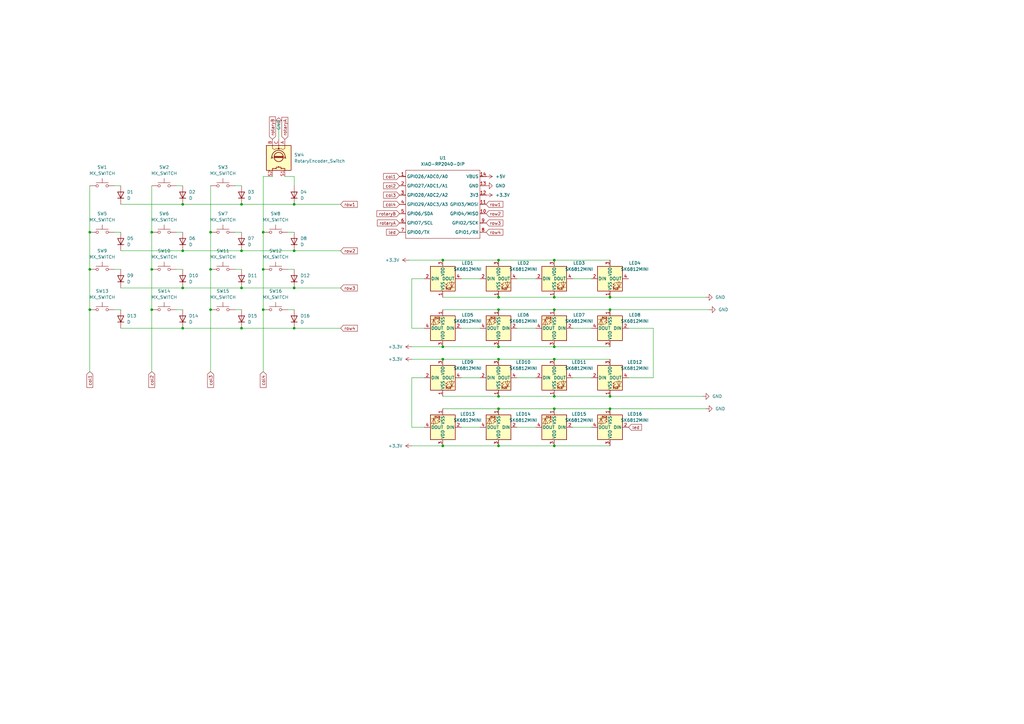
<source format=kicad_sch>
(kicad_sch (version 20250114) (generator "eeschema") (generator_version "9.0")
  (paper "A3")
  (lib_symbols
    (symbol "Device:D" (pin_numbers (hide yes)) (pin_names (offset 1.016) (hide yes))
      (property "Reference" "D" (at 0 2.54 0))
      (property "Value" "D" (at 0 -2.54 0))
      (symbol "D_0_1"
        (polyline (pts (xy -1.27 1.27) (xy -1.27 -1.27)) (stroke (width 0.254)))
        (polyline (pts (xy 1.27 1.27) (xy 1.27 -1.27) (xy -1.27 0) (xy 1.27 1.27)) (stroke (width 0.254)))
        (polyline (pts (xy 1.27 0) (xy -1.27 0)))
      )
      (symbol "D_1_1"
        (pin passive line (at -3.81 0 0) (length 2.54) (name "K") (number "1"))
        (pin passive line (at 3.81 0 180) (length 2.54) (name "A") (number "2"))
      )
    )
    (symbol "Device:RotaryEncoder_Switch" (pin_names (offset 0.254) (hide yes))
      (property "Reference" "SW" (at 0 6.604 0))
      (property "Value" "RotaryEncoder_Switch" (at 0 -6.604 0))
      (symbol "RotaryEncoder_Switch_0_1"
        (rectangle (start -5.08 5.08) (end 5.08 -5.08) (stroke (width 0.254)) (fill (type background)))
        (polyline (pts (xy -5.08 2.54) (xy -3.81 2.54) (xy -3.81 2.032)))
        (polyline (pts (xy -5.08 0) (xy -3.81 0) (xy -3.81 -1.016) (xy -3.302 -2.032)))
        (polyline (pts (xy -5.08 -2.54) (xy -3.81 -2.54) (xy -3.81 -2.032)))
        (polyline (pts (xy -4.318 0) (xy -3.81 0) (xy -3.81 1.016) (xy -3.302 2.032)))
        (circle (center -3.81 0) (radius 0.254) (fill (type outline)))
        (polyline (pts (xy -0.635 -1.778) (xy -0.635 1.778)) (stroke (width 0.254)))
        (circle (center -0.381 0) (radius 1.905) (stroke (width 0.254)))
        (polyline (pts (xy -0.381 -1.778) (xy -0.381 1.778)) (stroke (width 0.254)))
        (arc (start -0.381 -2.794) (mid -3.0988 -0.0635) (end -0.381 2.667) (stroke (width 0.254)))
        (polyline (pts (xy -0.127 1.778) (xy -0.127 -1.778)) (stroke (width 0.254)))
        (polyline (pts (xy 0.254 2.921) (xy -0.508 2.667) (xy 0.127 2.286)) (stroke (width 0.254)))
        (polyline (pts (xy 0.254 -3.048) (xy -0.508 -2.794) (xy 0.127 -2.413)) (stroke (width 0.254)))
        (polyline (pts (xy 3.81 1.016) (xy 3.81 -1.016)) (stroke (width 0.254)))
        (polyline (pts (xy 3.81 0) (xy 3.429 0)) (stroke (width 0.254)))
        (circle (center 4.318 1.016) (radius 0.127) (stroke (width 0.254)))
        (circle (center 4.318 -1.016) (radius 0.127) (stroke (width 0.254)))
        (polyline (pts (xy 5.08 2.54) (xy 4.318 2.54) (xy 4.318 1.016)) (stroke (width 0.254)))
        (polyline (pts (xy 5.08 -2.54) (xy 4.318 -2.54) (xy 4.318 -1.016)) (stroke (width 0.254)))
      )
      (symbol "RotaryEncoder_Switch_1_1"
        (pin passive line (at -7.62 2.54 0) (length 2.54) (name "A") (number "A"))
        (pin passive line (at -7.62 0 0) (length 2.54) (name "C") (number "C"))
        (pin passive line (at -7.62 -2.54 0) (length 2.54) (name "B") (number "B"))
        (pin passive line (at 7.62 2.54 180) (length 2.54) (name "S1") (number "S1"))
        (pin passive line (at 7.62 -2.54 180) (length 2.54) (name "S2") (number "S2"))
      )
    )
    (symbol "LED:SK6812" (pin_names (offset 0.254))
      (property "Reference" "D" (at 5.08 5.715 0))
      (property "Value" "SK6812" (at 1.27 -5.715 0))
      (symbol "SK6812_0_0"
        (text "RGB" (at 2.286 -4.191 0) (effects (font (size 0.762 0.762))))
      )
      (symbol "SK6812_0_1"
        (polyline (pts (xy 1.27 -2.54) (xy 1.778 -2.54)))
        (polyline (pts (xy 1.27 -3.556) (xy 1.778 -3.556)))
        (polyline (pts (xy 2.286 -1.524) (xy 1.27 -2.54) (xy 1.27 -2.032)))
        (polyline (pts (xy 2.286 -2.54) (xy 1.27 -3.556) (xy 1.27 -3.048)))
        (polyline (pts (xy 3.683 -1.016) (xy 3.683 -3.556) (xy 3.683 -4.064)))
        (polyline (pts (xy 4.699 -1.524) (xy 2.667 -1.524) (xy 3.683 -3.556) (xy 4.699 -1.524)))
        (polyline (pts (xy 4.699 -3.556) (xy 2.667 -3.556)))
        (rectangle (start 5.08 5.08) (end -5.08 -5.08) (stroke (width 0.254)) (fill (type background)))
      )
      (symbol "SK6812_1_1"
        (pin input line (at -7.62 0 0) (length 2.54) (name "DIN") (number "2"))
        (pin power_in line (at 0 7.62 270) (length 2.54) (name "VDD") (number "3"))
        (pin power_in line (at 0 -7.62 90) (length 2.54) (name "VSS") (number "1"))
        (pin output line (at 7.62 0 180) (length 2.54) (name "DOUT") (number "4"))
      )
    )
    (symbol "OPL:XIAO-RP2040-DIP"
      (property "Reference" "U" (at 0 0 0))
      (property "Value" "XIAO-RP2040-DIP" (at 5.334 -1.778 0))
      (symbol "XIAO-RP2040-DIP_1_0"
        (polyline (pts (xy -1.27 -2.54) (xy 29.21 -2.54)) (stroke (width 0.1524)))
        (polyline (pts (xy -1.27 -5.08) (xy -2.54 -5.08)) (stroke (width 0.1524)))
        (polyline (pts (xy -1.27 -5.08) (xy -1.27 -2.54)) (stroke (width 0.1524)))
        (polyline (pts (xy -1.27 -8.89) (xy -2.54 -8.89)) (stroke (width 0.1524)))
        (polyline (pts (xy -1.27 -8.89) (xy -1.27 -5.08)) (stroke (width 0.1524)))
        (polyline (pts (xy -1.27 -12.7) (xy -2.54 -12.7)) (stroke (width 0.1524)))
        (polyline (pts (xy -1.27 -12.7) (xy -1.27 -8.89)) (stroke (width 0.1524)))
        (polyline (pts (xy -1.27 -16.51) (xy -2.54 -16.51)) (stroke (width 0.1524)))
        (polyline (pts (xy -1.27 -16.51) (xy -1.27 -12.7)) (stroke (width 0.1524)))
        (polyline (pts (xy -1.27 -20.32) (xy -2.54 -20.32)) (stroke (width 0.1524)))
        (polyline (pts (xy -1.27 -24.13) (xy -2.54 -24.13)) (stroke (width 0.1524)))
        (polyline (pts (xy -1.27 -27.94) (xy -2.54 -27.94)) (stroke (width 0.1524)))
        (polyline (pts (xy -1.27 -30.48) (xy -1.27 -16.51)) (stroke (width 0.1524)))
        (polyline (pts (xy 29.21 -2.54) (xy 29.21 -5.08)) (stroke (width 0.1524)))
        (polyline (pts (xy 29.21 -5.08) (xy 29.21 -8.89)) (stroke (width 0.1524)))
        (polyline (pts (xy 29.21 -8.89) (xy 29.21 -12.7)) (stroke (width 0.1524)))
        (polyline (pts (xy 29.21 -12.7) (xy 29.21 -30.48)) (stroke (width 0.1524)))
        (polyline (pts (xy 29.21 -30.48) (xy -1.27 -30.48)) (stroke (width 0.1524)))
        (polyline (pts (xy 30.48 -5.08) (xy 29.21 -5.08)) (stroke (width 0.1524)))
        (polyline (pts (xy 30.48 -8.89) (xy 29.21 -8.89)) (stroke (width 0.1524)))
        (polyline (pts (xy 30.48 -12.7) (xy 29.21 -12.7)) (stroke (width 0.1524)))
        (polyline (pts (xy 30.48 -16.51) (xy 29.21 -16.51)) (stroke (width 0.1524)))
        (polyline (pts (xy 30.48 -20.32) (xy 29.21 -20.32)) (stroke (width 0.1524)))
        (polyline (pts (xy 30.48 -24.13) (xy 29.21 -24.13)) (stroke (width 0.1524)))
        (polyline (pts (xy 30.48 -27.94) (xy 29.21 -27.94)) (stroke (width 0.1524)))
        (pin passive line (at -3.81 -5.08 0) (length 2.54) (name "GPIO26/ADC0/A0") (number "1"))
        (pin passive line (at -3.81 -8.89 0) (length 2.54) (name "GPIO27/ADC1/A1") (number "2"))
        (pin passive line (at -3.81 -12.7 0) (length 2.54) (name "GPIO28/ADC2/A2") (number "3"))
        (pin passive line (at -3.81 -16.51 0) (length 2.54) (name "GPIO29/ADC3/A3") (number "4"))
        (pin passive line (at -3.81 -20.32 0) (length 2.54) (name "GPIO6/SDA") (number "5"))
        (pin passive line (at -3.81 -24.13 0) (length 2.54) (name "GPIO7/SCL") (number "6"))
        (pin passive line (at -3.81 -27.94 0) (length 2.54) (name "GPIO0/TX") (number "7"))
        (pin passive line (at 31.75 -5.08 180) (length 2.54) (name "VBUS") (number "14"))
        (pin passive line (at 31.75 -8.89 180) (length 2.54) (name "GND") (number "13"))
        (pin passive line (at 31.75 -12.7 180) (length 2.54) (name "3V3") (number "12"))
        (pin passive line (at 31.75 -16.51 180) (length 2.54) (name "GPIO3/MOSI") (number "11"))
        (pin passive line (at 31.75 -20.32 180) (length 2.54) (name "GPIO4/MISO") (number "10"))
        (pin passive line (at 31.75 -24.13 180) (length 2.54) (name "GPIO2/SCK") (number "9"))
        (pin passive line (at 31.75 -27.94 180) (length 2.54) (name "GPIO1/RX") (number "8"))
      )
    )
    (symbol "Switch:SW_Push" (pin_numbers (hide yes)) (pin_names (offset 1.016) (hide yes))
      (property "Reference" "SW" (at 1.27 2.54 0))
      (property "Value" "SW_Push" (at 0 -1.524 0))
      (symbol "SW_Push_0_1"
        (circle (center -2.032 0) (radius 0.508))
        (polyline (pts (xy 0 1.27) (xy 0 3.048)))
        (circle (center 2.032 0) (radius 0.508))
        (polyline (pts (xy 2.54 1.27) (xy -2.54 1.27)))
        (pin passive line (at -5.08 0 0) (length 2.54) (name "1") (number "1"))
        (pin passive line (at 5.08 0 180) (length 2.54) (name "2") (number "2"))
      )
    )
    (symbol "power:+3.3V" (power) (pin_numbers (hide yes)) (pin_names (offset 0) (hide yes))
      (property "Value" "+3.3V" (at 0 3.556 0))
      (symbol "+3.3V_0_1"
        (polyline (pts (xy -0.762 1.27) (xy 0 2.54)))
        (polyline (pts (xy 0 2.54) (xy 0.762 1.27)))
        (polyline (pts (xy 0 0) (xy 0 2.54)))
      )
      (symbol "+3.3V_1_1"
        (pin power_in line (at 0 0 90) (length 0) (name "~") (number "1"))
      )
    )
    (symbol "power:+5V" (power) (pin_numbers (hide yes)) (pin_names (offset 0) (hide yes))
      (property "Value" "+5V" (at 0 3.556 0))
      (symbol "+5V_0_1"
        (polyline (pts (xy -0.762 1.27) (xy 0 2.54)))
        (polyline (pts (xy 0 2.54) (xy 0.762 1.27)))
        (polyline (pts (xy 0 0) (xy 0 2.54)))
      )
      (symbol "+5V_1_1"
        (pin power_in line (at 0 0 90) (length 0) (name "~") (number "1"))
      )
    )
    (symbol "power:GND" (power) (pin_numbers (hide yes)) (pin_names (offset 0) (hide yes))
      (property "Value" "GND" (at 0 -3.81 0))
      (symbol "GND_0_1"
        (polyline (pts (xy 0 0) (xy 0 -1.27) (xy 1.27 -1.27) (xy 0 -2.54) (xy -1.27 -1.27) (xy 0 -1.27)))
      )
      (symbol "GND_1_1"
        (pin power_in line (at 0 0 270) (length 0) (name "~") (number "1"))
      )
    )
  )
  (junction (at 62.23 110.49))
  (junction (at 227.33 127))
  (junction (at 36.83 110.49))
  (junction (at 74.93 102.87))
  (junction (at 227.33 162.56))
  (junction (at 204.47 182.88))
  (junction (at 227.33 142.24))
  (junction (at 99.06 118.11))
  (junction (at 227.33 167.64))
  (junction (at 181.61 147.32))
  (junction (at 120.65 134.62))
  (junction (at 204.47 127))
  (junction (at 107.95 95.25))
  (junction (at 204.47 142.24))
  (junction (at 250.19 162.56))
  (junction (at 107.95 127))
  (junction (at 204.47 167.64))
  (junction (at 74.93 83.82))
  (junction (at 227.33 121.92))
  (junction (at 86.36 110.49))
  (junction (at 227.33 182.88))
  (junction (at 227.33 106.68))
  (junction (at 227.33 147.32))
  (junction (at 250.19 167.64))
  (junction (at 120.65 83.82))
  (junction (at 120.65 102.87))
  (junction (at 99.06 83.82))
  (junction (at 120.65 118.11))
  (junction (at 74.93 134.62))
  (junction (at 99.06 134.62))
  (junction (at 181.61 106.68))
  (junction (at 250.19 127))
  (junction (at 36.83 127))
  (junction (at 204.47 147.32))
  (junction (at 99.06 102.87))
  (junction (at 62.23 127))
  (junction (at 74.93 118.11))
  (junction (at 204.47 106.68))
  (junction (at 36.83 95.25))
  (junction (at 181.61 182.88))
  (junction (at 204.47 121.92))
  (junction (at 86.36 95.25))
  (junction (at 204.47 162.56))
  (junction (at 86.36 127))
  (junction (at 181.61 142.24))
  (junction (at 107.95 110.49))
  (junction (at 62.23 95.25))
  (junction (at 250.19 121.92))
  (wire (pts (xy 227.33 167.64) (xy 250.19 167.64)))
  (wire (pts (xy 168.91 134.62) (xy 173.99 134.62)))
  (wire (pts (xy 36.83 95.25) (xy 36.83 110.49)))
  (wire (pts (xy 234.95 134.62) (xy 242.57 134.62)))
  (wire (pts (xy 227.33 127) (xy 250.19 127)))
  (wire (pts (xy 212.09 134.62) (xy 219.71 134.62)))
  (wire (pts (xy 46.99 127) (xy 49.53 127)))
  (wire (pts (xy 204.47 162.56) (xy 227.33 162.56)))
  (wire (pts (xy 234.95 154.94) (xy 242.57 154.94)))
  (wire (pts (xy 212.09 114.3) (xy 219.71 114.3)))
  (wire (pts (xy 181.61 182.88) (xy 204.47 182.88)))
  (wire (pts (xy 96.52 127) (xy 99.06 127)))
  (wire (pts (xy 212.09 175.26) (xy 219.71 175.26)))
  (wire (pts (xy 114.3 57.15) (xy 114.3 50.8)))
  (wire (pts (xy 99.06 83.82) (xy 120.65 83.82)))
  (wire (pts (xy 120.65 83.82) (xy 139.7 83.82)))
  (wire (pts (xy 204.47 106.68) (xy 227.33 106.68)))
  (wire (pts (xy 107.95 95.25) (xy 107.95 110.49)))
  (wire (pts (xy 86.36 76.2) (xy 86.36 95.25)))
  (wire (pts (xy 120.65 134.62) (xy 139.7 134.62)))
  (wire (pts (xy 189.23 175.26) (xy 196.85 175.26)))
  (wire (pts (xy 62.23 76.2) (xy 62.23 95.25)))
  (wire (pts (xy 227.33 162.56) (xy 250.19 162.56)))
  (wire (pts (xy 181.61 106.68) (xy 204.47 106.68)))
  (wire (pts (xy 96.52 95.25) (xy 99.06 95.25)))
  (wire (pts (xy 257.81 134.62) (xy 267.97 134.62)))
  (wire (pts (xy 181.61 162.56) (xy 204.47 162.56)))
  (wire (pts (xy 250.19 127) (xy 290.83 127)))
  (wire (pts (xy 46.99 95.25) (xy 49.53 95.25)))
  (wire (pts (xy 250.19 162.56) (xy 288.29 162.56)))
  (wire (pts (xy 118.11 127) (xy 120.65 127)))
  (wire (pts (xy 72.39 76.2) (xy 74.93 76.2)))
  (wire (pts (xy 120.65 118.11) (xy 139.7 118.11)))
  (wire (pts (xy 189.23 154.94) (xy 196.85 154.94)))
  (wire (pts (xy 36.83 127) (xy 36.83 152.4)))
  (wire (pts (xy 86.36 110.49) (xy 86.36 127)))
  (wire (pts (xy 86.36 127) (xy 86.36 152.4)))
  (wire (pts (xy 107.95 110.49) (xy 107.95 127)))
  (wire (pts (xy 167.64 106.68) (xy 181.61 106.68)))
  (wire (pts (xy 72.39 127) (xy 74.93 127)))
  (wire (pts (xy 99.06 118.11) (xy 120.65 118.11)))
  (wire (pts (xy 46.99 110.49) (xy 49.53 110.49)))
  (wire (pts (xy 168.91 114.3) (xy 168.91 134.62)))
  (wire (pts (xy 118.11 95.25) (xy 120.65 95.25)))
  (wire (pts (xy 227.33 182.88) (xy 250.19 182.88)))
  (wire (pts (xy 181.61 147.32) (xy 204.47 147.32)))
  (wire (pts (xy 204.47 142.24) (xy 181.61 142.24)))
  (wire (pts (xy 173.99 114.3) (xy 168.91 114.3)))
  (wire (pts (xy 204.47 182.88) (xy 227.33 182.88)))
  (wire (pts (xy 74.93 118.11) (xy 99.06 118.11)))
  (wire (pts (xy 62.23 127) (xy 62.23 152.4)))
  (wire (pts (xy 49.53 102.87) (xy 74.93 102.87)))
  (wire (pts (xy 204.47 127) (xy 227.33 127)))
  (wire (pts (xy 99.06 134.62) (xy 120.65 134.62)))
  (wire (pts (xy 168.91 175.26) (xy 173.99 175.26)))
  (wire (pts (xy 168.91 182.88) (xy 181.61 182.88)))
  (wire (pts (xy 62.23 110.49) (xy 62.23 127)))
  (wire (pts (xy 118.11 110.49) (xy 120.65 110.49)))
  (wire (pts (xy 234.95 114.3) (xy 242.57 114.3)))
  (wire (pts (xy 168.91 154.94) (xy 168.91 175.26)))
  (wire (pts (xy 257.81 154.94) (xy 267.97 154.94)))
  (wire (pts (xy 96.52 110.49) (xy 99.06 110.49)))
  (wire (pts (xy 189.23 134.62) (xy 196.85 134.62)))
  (wire (pts (xy 120.65 72.39) (xy 120.65 76.2)))
  (wire (pts (xy 74.93 102.87) (xy 99.06 102.87)))
  (wire (pts (xy 72.39 95.25) (xy 74.93 95.25)))
  (wire (pts (xy 250.19 167.64) (xy 289.56 167.64)))
  (wire (pts (xy 181.61 142.24) (xy 168.91 142.24)))
  (wire (pts (xy 204.47 167.64) (xy 227.33 167.64)))
  (wire (pts (xy 227.33 147.32) (xy 250.19 147.32)))
  (wire (pts (xy 204.47 121.92) (xy 227.33 121.92)))
  (wire (pts (xy 227.33 121.92) (xy 250.19 121.92)))
  (wire (pts (xy 86.36 95.25) (xy 86.36 110.49)))
  (wire (pts (xy 116.84 72.39) (xy 120.65 72.39)))
  (wire (pts (xy 99.06 102.87) (xy 120.65 102.87)))
  (wire (pts (xy 49.53 83.82) (xy 74.93 83.82)))
  (wire (pts (xy 181.61 127) (xy 204.47 127)))
  (wire (pts (xy 111.76 72.39) (xy 107.95 72.39)))
  (wire (pts (xy 181.61 121.92) (xy 204.47 121.92)))
  (wire (pts (xy 36.83 110.49) (xy 36.83 127)))
  (wire (pts (xy 107.95 127) (xy 107.95 152.4)))
  (wire (pts (xy 107.95 72.39) (xy 107.95 95.25)))
  (wire (pts (xy 173.99 154.94) (xy 168.91 154.94)))
  (wire (pts (xy 49.53 134.62) (xy 74.93 134.62)))
  (wire (pts (xy 96.52 76.2) (xy 99.06 76.2)))
  (wire (pts (xy 250.19 121.92) (xy 289.56 121.92)))
  (wire (pts (xy 74.93 83.82) (xy 99.06 83.82)))
  (wire (pts (xy 72.39 110.49) (xy 74.93 110.49)))
  (wire (pts (xy 212.09 154.94) (xy 219.71 154.94)))
  (wire (pts (xy 250.19 142.24) (xy 227.33 142.24)))
  (wire (pts (xy 62.23 95.25) (xy 62.23 110.49)))
  (wire (pts (xy 120.65 102.87) (xy 139.7 102.87)))
  (wire (pts (xy 227.33 142.24) (xy 204.47 142.24)))
  (wire (pts (xy 49.53 118.11) (xy 74.93 118.11)))
  (wire (pts (xy 74.93 134.62) (xy 99.06 134.62)))
  (wire (pts (xy 46.99 76.2) (xy 49.53 76.2)))
  (wire (pts (xy 227.33 106.68) (xy 250.19 106.68)))
  (wire (pts (xy 189.23 114.3) (xy 196.85 114.3)))
  (wire (pts (xy 168.91 147.32) (xy 181.61 147.32)))
  (wire (pts (xy 204.47 147.32) (xy 227.33 147.32)))
  (wire (pts (xy 267.97 134.62) (xy 267.97 154.94)))
  (wire (pts (xy 36.83 76.2) (xy 36.83 95.25)))
  (wire (pts (xy 181.61 167.64) (xy 204.47 167.64)))
  (wire (pts (xy 234.95 175.26) (xy 242.57 175.26)))
  (global_label "rotaryA" (shape input) (at 163.83 91.44 180) (property "Intersheetrefs" "${INTERSHEET_REFS}" (effects (hide yes))))
  (global_label "led" (shape input) (at 257.81 175.26 0) (property "Intersheetrefs" "${INTERSHEET_REFS}" (effects (hide yes))))
  (global_label "col4" (shape input) (at 107.95 152.4 270) (property "Intersheetrefs" "${INTERSHEET_REFS}" (effects (hide yes))))
  (global_label "row4" (shape input) (at 139.7 134.62 0) (property "Intersheetrefs" "${INTERSHEET_REFS}" (effects (hide yes))))
  (global_label "row2" (shape input) (at 139.7 102.87 0) (property "Intersheetrefs" "${INTERSHEET_REFS}" (effects (hide yes))))
  (global_label "col1" (shape input) (at 36.83 152.4 270) (property "Intersheetrefs" "${INTERSHEET_REFS}" (effects (hide yes))))
  (global_label "rotaryB" (shape input) (at 163.83 87.63 180) (property "Intersheetrefs" "${INTERSHEET_REFS}" (effects (hide yes))))
  (global_label "col3" (shape input) (at 163.83 80.01 180) (property "Intersheetrefs" "${INTERSHEET_REFS}" (effects (hide yes))))
  (global_label "col1" (shape input) (at 163.83 72.39 180) (property "Intersheetrefs" "${INTERSHEET_REFS}" (effects (hide yes))))
  (global_label "row4" (shape input) (at 199.39 95.25 0) (property "Intersheetrefs" "${INTERSHEET_REFS}" (effects (hide yes))))
  (global_label "rotaryB" (shape input) (at 111.76 57.15 90) (property "Intersheetrefs" "${INTERSHEET_REFS}" (effects (hide yes))))
  (global_label "row2" (shape input) (at 199.39 87.63 0) (property "Intersheetrefs" "${INTERSHEET_REFS}" (effects (hide yes))))
  (global_label "col2" (shape input) (at 62.23 152.4 270) (property "Intersheetrefs" "${INTERSHEET_REFS}" (effects (hide yes))))
  (global_label "col2" (shape input) (at 163.83 76.2 180) (property "Intersheetrefs" "${INTERSHEET_REFS}" (effects (hide yes))))
  (global_label "row3" (shape input) (at 199.39 91.44 0) (property "Intersheetrefs" "${INTERSHEET_REFS}" (effects (hide yes))))
  (global_label "row1" (shape input) (at 139.7 83.82 0) (property "Intersheetrefs" "${INTERSHEET_REFS}" (effects (hide yes))))
  (global_label "rotaryA" (shape input) (at 116.84 57.15 90) (property "Intersheetrefs" "${INTERSHEET_REFS}" (effects (hide yes))))
  (global_label "col3" (shape input) (at 86.36 152.4 270) (property "Intersheetrefs" "${INTERSHEET_REFS}" (effects (hide yes))))
  (global_label "led" (shape input) (at 163.83 95.25 180) (property "Intersheetrefs" "${INTERSHEET_REFS}" (effects (hide yes))))
  (global_label "col4" (shape input) (at 163.83 83.82 180) (property "Intersheetrefs" "${INTERSHEET_REFS}" (effects (hide yes))))
  (global_label "row3" (shape input) (at 139.7 118.11 0) (property "Intersheetrefs" "${INTERSHEET_REFS}" (effects (hide yes))))
  (global_label "row1" (shape input) (at 199.39 83.82 0) (property "Intersheetrefs" "${INTERSHEET_REFS}" (effects (hide yes))))
  (symbol (lib_id "power:GND") (at 290.83 127 90) (unit 1)
    (property "Reference" "#PWR06" (effects (hide yes)))
    (property "Value" "GND" (at 294.64 126.9999 90) (effects (justify right)))
    (property "Description" "Power symbol creates a global label with name \"GND\" , ground" (effects (hide yes)))
  )
  (symbol (lib_id "LED:SK6812") (at 227.33 134.62 180) (unit 1)
    (property "Reference" "LED7" (at 237.49 129.1746 0))
    (property "Value" "SK6812MINI" (at 237.49 131.7146 0))
    (property "Footprint" "LED_SMD:LED_SK6812MINI_PLCC4_3.5x3.5mm_P1.75mm" (effects (hide yes)))
    (property "Datasheet" "https://cdn-shop.adafruit.com/product-files/1138/SK6812+LED+datasheet+.pdf" (effects (hide yes)))
    (property "Description" "RGB LED with integrated controller" (effects (hide yes)))
  )
  (symbol (lib_id "LED:SK6812") (at 181.61 154.94 0) (unit 1)
    (property "Reference" "LED9" (at 191.77 148.5198 0))
    (property "Value" "SK6812MINI" (at 191.77 151.0598 0))
    (property "Footprint" "LED_SMD:LED_SK6812MINI_PLCC4_3.5x3.5mm_P1.75mm" (effects (hide yes)))
    (property "Datasheet" "https://cdn-shop.adafruit.com/product-files/1138/SK6812+LED+datasheet+.pdf" (effects (hide yes)))
    (property "Description" "RGB LED with integrated controller" (effects (hide yes)))
  )
  (symbol (lib_id "LED:SK6812") (at 181.61 134.62 180) (unit 1)
    (property "Reference" "LED5" (at 191.77 129.1746 0))
    (property "Value" "SK6812MINI" (at 191.77 131.7146 0))
    (property "Footprint" "LED_SMD:LED_SK6812MINI_PLCC4_3.5x3.5mm_P1.75mm" (effects (hide yes)))
    (property "Datasheet" "https://cdn-shop.adafruit.com/product-files/1138/SK6812+LED+datasheet+.pdf" (effects (hide yes)))
    (property "Description" "RGB LED with integrated controller" (effects (hide yes)))
  )
  (symbol (lib_id "power:GND") (at 289.56 121.92 90) (unit 1)
    (property "Reference" "#PWR0101" (effects (hide yes)))
    (property "Value" "GND" (at 293.37 121.9199 90) (effects (justify right)))
    (property "Description" "Power symbol creates a global label with name \"GND\" , ground" (effects (hide yes)))
  )
  (symbol (lib_id "LED:SK6812") (at 227.33 175.26 180) (unit 1)
    (property "Reference" "LED15" (at 237.49 169.8146 0))
    (property "Value" "SK6812MINI" (at 237.49 172.3546 0))
    (property "Footprint" "LED_SMD:LED_SK6812MINI_PLCC4_3.5x3.5mm_P1.75mm" (effects (hide yes)))
    (property "Datasheet" "https://cdn-shop.adafruit.com/product-files/1138/SK6812+LED+datasheet+.pdf" (effects (hide yes)))
    (property "Description" "RGB LED with integrated controller" (effects (hide yes)))
  )
  (symbol (lib_id "Device:D") (at 74.93 99.06 90) (unit 1)
    (property "Reference" "D6" (at 77.47 97.7899 90) (effects (justify right)))
    (property "Value" "D" (at 77.47 100.3299 90) (effects (justify right)))
    (property "Footprint" "Diode_THT:D_DO-35_SOD27_P7.62mm_Horizontal" (effects (hide yes)))
    (property "Description" "Diode" (effects (hide yes)))
    (property "Sim.Device" "D" (effects (hide yes)))
    (property "Sim.Pins" "1=K 2=A" (effects (hide yes)))
  )
  (symbol (lib_id "Switch:SW_Push") (at 91.44 110.49 0) (unit 1)
    (property "Reference" "SW11" (at 91.44 102.87 0))
    (property "Value" "MX_SWITCH" (at 91.44 105.41 0))
    (property "Footprint" "MX_Hotswap:MX-Hotswap-1U" (effects (hide yes)))
    (property "Description" "Push button switch, generic, two pins" (effects (hide yes)))
  )
  (symbol (lib_id "power:GND") (at 199.39 76.2 90) (unit 1)
    (property "Reference" "#PWR011" (effects (hide yes)))
    (property "Value" "GND" (at 203.2 76.1999 90) (effects (justify right)))
    (property "Description" "Power symbol creates a global label with name \"GND\" , ground" (effects (hide yes)))
  )
  (symbol (lib_id "Switch:SW_Push") (at 67.31 127 0) (unit 1)
    (property "Reference" "SW14" (at 67.31 119.38 0))
    (property "Value" "MX_SWITCH" (at 67.31 121.92 0))
    (property "Footprint" "MX_Hotswap:MX-Hotswap-1U" (effects (hide yes)))
    (property "Description" "Push button switch, generic, two pins" (effects (hide yes)))
  )
  (symbol (lib_id "LED:SK6812") (at 227.33 114.3 0) (unit 1)
    (property "Reference" "LED3" (at 237.49 107.8798 0))
    (property "Value" "SK6812MINI" (at 237.49 110.4198 0))
    (property "Footprint" "LED_SMD:LED_SK6812MINI_PLCC4_3.5x3.5mm_P1.75mm" (effects (hide yes)))
    (property "Datasheet" "https://cdn-shop.adafruit.com/product-files/1138/SK6812+LED+datasheet+.pdf" (effects (hide yes)))
    (property "Description" "RGB LED with integrated controller" (effects (hide yes)))
  )
  (symbol (lib_id "Device:D") (at 99.06 114.3 90) (unit 1)
    (property "Reference" "D11" (at 101.6 113.0299 90) (effects (justify right)))
    (property "Value" "D" (at 101.6 115.5699 90) (effects (justify right)))
    (property "Footprint" "Diode_THT:D_DO-35_SOD27_P7.62mm_Horizontal" (effects (hide yes)))
    (property "Description" "Diode" (effects (hide yes)))
    (property "Sim.Device" "D" (effects (hide yes)))
    (property "Sim.Pins" "1=K 2=A" (effects (hide yes)))
  )
  (symbol (lib_id "Switch:SW_Push") (at 41.91 127 0) (unit 1)
    (property "Reference" "SW13" (at 41.91 119.38 0))
    (property "Value" "MX_SWITCH" (at 41.91 121.92 0))
    (property "Footprint" "MX_Hotswap:MX-Hotswap-1U" (effects (hide yes)))
    (property "Description" "Push button switch, generic, two pins" (effects (hide yes)))
  )
  (symbol (lib_id "Switch:SW_Push") (at 67.31 110.49 0) (unit 1)
    (property "Reference" "SW10" (at 67.31 102.87 0))
    (property "Value" "MX_SWITCH" (at 67.31 105.41 0))
    (property "Footprint" "MX_Hotswap:MX-Hotswap-1U" (effects (hide yes)))
    (property "Description" "Push button switch, generic, two pins" (effects (hide yes)))
  )
  (symbol (lib_id "Device:D") (at 74.93 114.3 90) (unit 1)
    (property "Reference" "D10" (at 77.47 113.0299 90) (effects (justify right)))
    (property "Value" "D" (at 77.47 115.5699 90) (effects (justify right)))
    (property "Footprint" "Diode_THT:D_DO-35_SOD27_P7.62mm_Horizontal" (effects (hide yes)))
    (property "Description" "Diode" (effects (hide yes)))
    (property "Sim.Device" "D" (effects (hide yes)))
    (property "Sim.Pins" "1=K 2=A" (effects (hide yes)))
  )
  (symbol (lib_id "power:+3.3V") (at 168.91 182.88 90) (unit 1)
    (property "Reference" "#PWR07" (effects (hide yes)))
    (property "Value" "+3.3V" (at 165.1 182.8799 90) (effects (justify left)))
    (property "Description" "Power symbol creates a global label with name \"+3.3V\"" (effects (hide yes)))
  )
  (symbol (lib_id "Switch:SW_Push") (at 41.91 95.25 0) (unit 1)
    (property "Reference" "SW5" (at 41.91 87.63 0))
    (property "Value" "MX_SWITCH" (at 41.91 90.17 0))
    (property "Footprint" "MX_Hotswap:MX-Hotswap-1U" (effects (hide yes)))
    (property "Description" "Push button switch, generic, two pins" (effects (hide yes)))
  )
  (symbol (lib_id "Switch:SW_Push") (at 113.03 110.49 0) (unit 1)
    (property "Reference" "SW12" (at 113.03 102.87 0))
    (property "Value" "MX_SWITCH" (at 113.03 105.41 0))
    (property "Footprint" "MX_Hotswap:MX-Hotswap-1U" (effects (hide yes)))
    (property "Description" "Push button switch, generic, two pins" (effects (hide yes)))
  )
  (symbol (lib_id "power:+5V") (at 199.39 72.39 270) (unit 1)
    (property "Reference" "#PWR012" (effects (hide yes)))
    (property "Value" "+5V" (at 203.2 72.3899 90) (effects (justify left)))
    (property "Description" "Power symbol creates a global label with name \"+5V\"" (effects (hide yes)))
  )
  (symbol (lib_id "Device:D") (at 49.53 99.06 90) (unit 1)
    (property "Reference" "D5" (at 52.07 97.7899 90) (effects (justify right)))
    (property "Value" "D" (at 52.07 100.3299 90) (effects (justify right)))
    (property "Footprint" "Diode_THT:D_DO-35_SOD27_P7.62mm_Horizontal" (effects (hide yes)))
    (property "Description" "Diode" (effects (hide yes)))
    (property "Sim.Device" "D" (effects (hide yes)))
    (property "Sim.Pins" "1=K 2=A" (effects (hide yes)))
  )
  (symbol (lib_id "LED:SK6812") (at 204.47 114.3 0) (unit 1)
    (property "Reference" "LED2" (at 214.63 107.8798 0))
    (property "Value" "SK6812MINI" (at 214.63 110.4198 0))
    (property "Footprint" "LED_SMD:LED_SK6812MINI_PLCC4_3.5x3.5mm_P1.75mm" (effects (hide yes)))
    (property "Datasheet" "https://cdn-shop.adafruit.com/product-files/1138/SK6812+LED+datasheet+.pdf" (effects (hide yes)))
    (property "Description" "RGB LED with integrated controller" (effects (hide yes)))
  )
  (symbol (lib_id "power:+3.3V") (at 168.91 142.24 90) (unit 1)
    (property "Reference" "#PWR01" (effects (hide yes)))
    (property "Value" "+3.3V" (at 165.1 142.2399 90) (effects (justify left)))
    (property "Description" "Power symbol creates a global label with name \"+3.3V\"" (effects (hide yes)))
  )
  (symbol (lib_id "OPL:XIAO-RP2040-DIP") (at 167.64 67.31 0) (unit 1)
    (property "Reference" "U1" (at 181.61 64.77 0))
    (property "Value" "XIAO-RP2040-DIP" (at 181.61 67.31 0))
    (property "Footprint" "OPL:XIAO-RP2040-DIP" (effects (hide yes)))
  )
  (symbol (lib_id "Device:D") (at 120.65 114.3 90) (unit 1)
    (property "Reference" "D12" (at 123.19 113.0299 90) (effects (justify right)))
    (property "Value" "D" (at 123.19 115.5699 90) (effects (justify right)))
    (property "Footprint" "Diode_THT:D_DO-35_SOD27_P7.62mm_Horizontal" (effects (hide yes)))
    (property "Description" "Diode" (effects (hide yes)))
    (property "Sim.Device" "D" (effects (hide yes)))
    (property "Sim.Pins" "1=K 2=A" (effects (hide yes)))
  )
  (symbol (lib_id "power:GND") (at 288.29 162.56 90) (unit 1)
    (property "Reference" "#PWR04" (effects (hide yes)))
    (property "Value" "GND" (at 292.1 162.5599 90) (effects (justify right)))
    (property "Description" "Power symbol creates a global label with name \"GND\" , ground" (effects (hide yes)))
  )
  (symbol (lib_id "power:+3.3V") (at 167.64 106.68 90) (unit 1)
    (property "Reference" "#PWR08" (effects (hide yes)))
    (property "Value" "+3.3V" (at 163.83 106.6799 90) (effects (justify left)))
    (property "Description" "Power symbol creates a global label with name \"+3.3V\"" (effects (hide yes)))
  )
  (symbol (lib_id "Switch:SW_Push") (at 67.31 95.25 0) (unit 1)
    (property "Reference" "SW6" (at 67.31 87.63 0))
    (property "Value" "MX_SWITCH" (at 67.31 90.17 0))
    (property "Footprint" "MX_Hotswap:MX-Hotswap-1U" (effects (hide yes)))
    (property "Description" "Push button switch, generic, two pins" (effects (hide yes)))
  )
  (symbol (lib_id "Device:D") (at 99.06 130.81 90) (unit 1)
    (property "Reference" "D15" (at 101.6 129.5399 90) (effects (justify right)))
    (property "Value" "D" (at 101.6 132.0799 90) (effects (justify right)))
    (property "Footprint" "Diode_THT:D_DO-35_SOD27_P7.62mm_Horizontal" (effects (hide yes)))
    (property "Description" "Diode" (effects (hide yes)))
    (property "Sim.Device" "D" (effects (hide yes)))
    (property "Sim.Pins" "1=K 2=A" (effects (hide yes)))
  )
  (symbol (lib_id "Device:D") (at 74.93 130.81 90) (unit 1)
    (property "Reference" "D14" (at 77.47 129.5399 90) (effects (justify right)))
    (property "Value" "D" (at 77.47 132.0799 90) (effects (justify right)))
    (property "Footprint" "Diode_THT:D_DO-35_SOD27_P7.62mm_Horizontal" (effects (hide yes)))
    (property "Description" "Diode" (effects (hide yes)))
    (property "Sim.Device" "D" (effects (hide yes)))
    (property "Sim.Pins" "1=K 2=A" (effects (hide yes)))
  )
  (symbol (lib_id "power:GND") (at 289.56 167.64 90) (unit 1)
    (property "Reference" "#PWR05" (effects (hide yes)))
    (property "Value" "GND" (at 293.37 167.6399 90) (effects (justify right)))
    (property "Description" "Power symbol creates a global label with name \"GND\" , ground" (effects (hide yes)))
  )
  (symbol (lib_id "Device:D") (at 99.06 80.01 90) (unit 1)
    (property "Reference" "D3" (at 101.6 78.7399 90) (effects (justify right)))
    (property "Value" "D" (at 101.6 81.2799 90) (effects (justify right)))
    (property "Footprint" "Diode_THT:D_DO-35_SOD27_P7.62mm_Horizontal" (effects (hide yes)))
    (property "Description" "Diode" (effects (hide yes)))
    (property "Sim.Device" "D" (effects (hide yes)))
    (property "Sim.Pins" "1=K 2=A" (effects (hide yes)))
  )
  (symbol (lib_id "Switch:SW_Push") (at 91.44 76.2 0) (unit 1)
    (property "Reference" "SW3" (at 91.44 68.58 0))
    (property "Value" "MX_SWITCH" (at 91.44 71.12 0))
    (property "Footprint" "MX_Hotswap:MX-Hotswap-1U" (effects (hide yes)))
    (property "Description" "Push button switch, generic, two pins" (effects (hide yes)))
  )
  (symbol (lib_id "power:GND") (at 114.3 50.8 180) (unit 1)
    (property "Reference" "#PWR09" (effects (hide yes)))
    (property "Value" "GND" (at 114.2999 53.34 90) (effects (justify right)))
    (property "Description" "Power symbol creates a global label with name \"GND\" , ground" (effects (hide yes)))
  )
  (symbol (lib_id "Device:D") (at 49.53 80.01 90) (unit 1)
    (property "Reference" "D1" (at 52.07 78.7399 90) (effects (justify right)))
    (property "Value" "D" (at 52.07 81.2799 90) (effects (justify right)))
    (property "Footprint" "Diode_THT:D_DO-35_SOD27_P7.62mm_Horizontal" (effects (hide yes)))
    (property "Description" "Diode" (effects (hide yes)))
    (property "Sim.Device" "D" (effects (hide yes)))
    (property "Sim.Pins" "1=K 2=A" (effects (hide yes)))
  )
  (symbol (lib_id "LED:SK6812") (at 181.61 114.3 0) (unit 1)
    (property "Reference" "LED1" (at 191.77 107.8798 0))
    (property "Value" "SK6812MINI" (at 191.77 110.4198 0))
    (property "Footprint" "LED_SMD:LED_SK6812MINI_PLCC4_3.5x3.5mm_P1.75mm" (effects (hide yes)))
    (property "Datasheet" "https://cdn-shop.adafruit.com/product-files/1138/SK6812+LED+datasheet+.pdf" (effects (hide yes)))
    (property "Description" "RGB LED with integrated controller" (effects (hide yes)))
  )
  (symbol (lib_id "LED:SK6812") (at 204.47 154.94 0) (unit 1)
    (property "Reference" "LED10" (at 214.63 148.5198 0))
    (property "Value" "SK6812MINI" (at 214.63 151.0598 0))
    (property "Footprint" "LED_SMD:LED_SK6812MINI_PLCC4_3.5x3.5mm_P1.75mm" (effects (hide yes)))
    (property "Datasheet" "https://cdn-shop.adafruit.com/product-files/1138/SK6812+LED+datasheet+.pdf" (effects (hide yes)))
    (property "Description" "RGB LED with integrated controller" (effects (hide yes)))
  )
  (symbol (lib_id "Device:RotaryEncoder_Switch") (at 114.3 64.77 270) (unit 1)
    (property "Reference" "SW4" (at 120.65 63.4999 90) (effects (justify left)))
    (property "Value" "RotaryEncoder_Switch" (at 120.65 66.0399 90) (effects (justify left)))
    (property "Footprint" "Rotary_Encoder:RotaryEncoder_Alps_EC11E-Switch_Vertical_H20mm" (effects (hide yes)))
    (property "Description" "Rotary encoder, dual channel, incremental quadrate outputs, with switch" (effects (hide yes)))
  )
  (symbol (lib_id "Switch:SW_Push") (at 91.44 127 0) (unit 1)
    (property "Reference" "SW15" (at 91.44 119.38 0))
    (property "Value" "MX_SWITCH" (at 91.44 121.92 0))
    (property "Footprint" "MX_Hotswap:MX-Hotswap-1U" (effects (hide yes)))
    (property "Description" "Push button switch, generic, two pins" (effects (hide yes)))
  )
  (symbol (lib_id "Switch:SW_Push") (at 113.03 95.25 0) (unit 1)
    (property "Reference" "SW8" (at 113.03 87.63 0))
    (property "Value" "MX_SWITCH" (at 113.03 90.17 0))
    (property "Footprint" "MX_Hotswap:MX-Hotswap-1U" (effects (hide yes)))
    (property "Description" "Push button switch, generic, two pins" (effects (hide yes)))
  )
  (symbol (lib_id "LED:SK6812") (at 181.61 175.26 180) (unit 1)
    (property "Reference" "LED13" (at 191.77 169.8146 0))
    (property "Value" "SK6812MINI" (at 191.77 172.3546 0))
    (property "Footprint" "LED_SMD:LED_SK6812MINI_PLCC4_3.5x3.5mm_P1.75mm" (effects (hide yes)))
    (property "Datasheet" "https://cdn-shop.adafruit.com/product-files/1138/SK6812+LED+datasheet+.pdf" (effects (hide yes)))
    (property "Description" "RGB LED with integrated controller" (effects (hide yes)))
  )
  (symbol (lib_id "Device:D") (at 99.06 99.06 90) (unit 1)
    (property "Reference" "D7" (at 101.6 97.7899 90) (effects (justify right)))
    (property "Value" "D" (at 101.6 100.3299 90) (effects (justify right)))
    (property "Footprint" "Diode_THT:D_DO-35_SOD27_P7.62mm_Horizontal" (effects (hide yes)))
    (property "Description" "Diode" (effects (hide yes)))
    (property "Sim.Device" "D" (effects (hide yes)))
    (property "Sim.Pins" "1=K 2=A" (effects (hide yes)))
  )
  (symbol (lib_id "Switch:SW_Push") (at 113.03 127 0) (unit 1)
    (property "Reference" "SW16" (at 113.03 119.38 0))
    (property "Value" "MX_SWITCH" (at 113.03 121.92 0))
    (property "Footprint" "MX_Hotswap:MX-Hotswap-1U" (effects (hide yes)))
    (property "Description" "Push button switch, generic, two pins" (effects (hide yes)))
  )
  (symbol (lib_id "Device:D") (at 49.53 114.3 90) (unit 1)
    (property "Reference" "D9" (at 52.07 113.0299 90) (effects (justify right)))
    (property "Value" "D" (at 52.07 115.5699 90) (effects (justify right)))
    (property "Footprint" "Diode_THT:D_DO-35_SOD27_P7.62mm_Horizontal" (effects (hide yes)))
    (property "Description" "Diode" (effects (hide yes)))
    (property "Sim.Device" "D" (effects (hide yes)))
    (property "Sim.Pins" "1=K 2=A" (effects (hide yes)))
  )
  (symbol (lib_id "Device:D") (at 49.53 130.81 90) (unit 1)
    (property "Reference" "D13" (at 52.07 129.5399 90) (effects (justify right)))
    (property "Value" "D" (at 52.07 132.0799 90) (effects (justify right)))
    (property "Footprint" "Diode_THT:D_DO-35_SOD27_P7.62mm_Horizontal" (effects (hide yes)))
    (property "Description" "Diode" (effects (hide yes)))
    (property "Sim.Device" "D" (effects (hide yes)))
    (property "Sim.Pins" "1=K 2=A" (effects (hide yes)))
  )
  (symbol (lib_id "Switch:SW_Push") (at 67.31 76.2 0) (unit 1)
    (property "Reference" "SW2" (at 67.31 68.58 0))
    (property "Value" "MX_SWITCH" (at 67.31 71.12 0))
    (property "Footprint" "MX_Hotswap:MX-Hotswap-1U" (effects (hide yes)))
    (property "Description" "Push button switch, generic, two pins" (effects (hide yes)))
  )
  (symbol (lib_id "LED:SK6812") (at 204.47 134.62 180) (unit 1)
    (property "Reference" "LED6" (at 214.63 129.1746 0))
    (property "Value" "SK6812MINI" (at 214.63 131.7146 0))
    (property "Footprint" "LED_SMD:LED_SK6812MINI_PLCC4_3.5x3.5mm_P1.75mm" (effects (hide yes)))
    (property "Datasheet" "https://cdn-shop.adafruit.com/product-files/1138/SK6812+LED+datasheet+.pdf" (effects (hide yes)))
    (property "Description" "RGB LED with integrated controller" (effects (hide yes)))
  )
  (symbol (lib_id "Device:D") (at 120.65 80.01 90) (unit 1)
    (property "Reference" "D4" (at 123.19 78.7399 90) (effects (justify right)))
    (property "Value" "D" (at 123.19 81.2799 90) (effects (justify right)))
    (property "Footprint" "Diode_THT:D_DO-35_SOD27_P7.62mm_Horizontal" (effects (hide yes)))
    (property "Description" "Diode" (effects (hide yes)))
    (property "Sim.Device" "D" (effects (hide yes)))
    (property "Sim.Pins" "1=K 2=A" (effects (hide yes)))
  )
  (symbol (lib_id "LED:SK6812") (at 250.19 175.26 180) (unit 1)
    (property "Reference" "LED16" (at 260.35 169.8146 0))
    (property "Value" "SK6812MINI" (at 260.35 172.3546 0))
    (property "Footprint" "LED_SMD:LED_SK6812MINI_PLCC4_3.5x3.5mm_P1.75mm" (effects (hide yes)))
    (property "Datasheet" "https://cdn-shop.adafruit.com/product-files/1138/SK6812+LED+datasheet+.pdf" (effects (hide yes)))
    (property "Description" "RGB LED with integrated controller" (effects (hide yes)))
  )
  (symbol (lib_id "Device:D") (at 74.93 80.01 90) (unit 1)
    (property "Reference" "D2" (at 77.47 78.7399 90) (effects (justify right)))
    (property "Value" "D" (at 77.47 81.2799 90) (effects (justify right)))
    (property "Footprint" "Diode_THT:D_DO-35_SOD27_P7.62mm_Horizontal" (effects (hide yes)))
    (property "Description" "Diode" (effects (hide yes)))
    (property "Sim.Device" "D" (effects (hide yes)))
    (property "Sim.Pins" "1=K 2=A" (effects (hide yes)))
  )
  (symbol (lib_id "LED:SK6812") (at 250.19 114.3 0) (unit 1)
    (property "Reference" "LED4" (at 260.35 107.8798 0))
    (property "Value" "SK6812MINI" (at 260.35 110.4198 0))
    (property "Footprint" "LED_SMD:LED_SK6812MINI_PLCC4_3.5x3.5mm_P1.75mm" (effects (hide yes)))
    (property "Datasheet" "https://cdn-shop.adafruit.com/product-files/1138/SK6812+LED+datasheet+.pdf" (effects (hide yes)))
    (property "Description" "RGB LED with integrated controller" (effects (hide yes)))
  )
  (symbol (lib_id "LED:SK6812") (at 250.19 154.94 0) (unit 1)
    (property "Reference" "LED12" (at 260.35 148.5198 0))
    (property "Value" "SK6812MINI" (at 260.35 151.0598 0))
    (property "Footprint" "LED_SMD:LED_SK6812MINI_PLCC4_3.5x3.5mm_P1.75mm" (effects (hide yes)))
    (property "Datasheet" "https://cdn-shop.adafruit.com/product-files/1138/SK6812+LED+datasheet+.pdf" (effects (hide yes)))
    (property "Description" "RGB LED with integrated controller" (effects (hide yes)))
  )
  (symbol (lib_id "LED:SK6812") (at 204.47 175.26 180) (unit 1)
    (property "Reference" "LED14" (at 214.63 169.8146 0))
    (property "Value" "SK6812MINI" (at 214.63 172.3546 0))
    (property "Footprint" "LED_SMD:LED_SK6812MINI_PLCC4_3.5x3.5mm_P1.75mm" (effects (hide yes)))
    (property "Datasheet" "https://cdn-shop.adafruit.com/product-files/1138/SK6812+LED+datasheet+.pdf" (effects (hide yes)))
    (property "Description" "RGB LED with integrated controller" (effects (hide yes)))
  )
  (symbol (lib_id "LED:SK6812") (at 227.33 154.94 0) (unit 1)
    (property "Reference" "LED11" (at 237.49 148.5198 0))
    (property "Value" "SK6812MINI" (at 237.49 151.0598 0))
    (property "Footprint" "LED_SMD:LED_SK6812MINI_PLCC4_3.5x3.5mm_P1.75mm" (effects (hide yes)))
    (property "Datasheet" "https://cdn-shop.adafruit.com/product-files/1138/SK6812+LED+datasheet+.pdf" (effects (hide yes)))
    (property "Description" "RGB LED with integrated controller" (effects (hide yes)))
  )
  (symbol (lib_id "Switch:SW_Push") (at 91.44 95.25 0) (unit 1)
    (property "Reference" "SW7" (at 91.44 87.63 0))
    (property "Value" "MX_SWITCH" (at 91.44 90.17 0))
    (property "Footprint" "MX_Hotswap:MX-Hotswap-1U" (effects (hide yes)))
    (property "Description" "Push button switch, generic, two pins" (effects (hide yes)))
  )
  (symbol (lib_id "Device:D") (at 120.65 130.81 90) (unit 1)
    (property "Reference" "D16" (at 123.19 129.5399 90) (effects (justify right)))
    (property "Value" "D" (at 123.19 132.0799 90) (effects (justify right)))
    (property "Footprint" "Diode_THT:D_DO-35_SOD27_P7.62mm_Horizontal" (effects (hide yes)))
    (property "Description" "Diode" (effects (hide yes)))
    (property "Sim.Device" "D" (effects (hide yes)))
    (property "Sim.Pins" "1=K 2=A" (effects (hide yes)))
  )
  (symbol (lib_id "Switch:SW_Push") (at 41.91 76.2 0) (unit 1)
    (property "Reference" "SW1" (at 41.91 68.58 0))
    (property "Value" "MX_SWITCH" (at 41.91 71.12 0))
    (property "Footprint" "MX_Hotswap:MX-Hotswap-1U" (effects (hide yes)))
    (property "Description" "Push button switch, generic, two pins" (effects (hide yes)))
  )
  (symbol (lib_id "power:+3.3V") (at 199.39 80.01 270) (unit 1)
    (property "Reference" "#PWR03" (effects (hide yes)))
    (property "Value" "+3.3V" (at 203.2 80.0099 90) (effects (justify left)))
    (property "Description" "Power symbol creates a global label with name \"+3.3V\"" (effects (hide yes)))
  )
  (symbol (lib_id "Switch:SW_Push") (at 41.91 110.49 0) (unit 1)
    (property "Reference" "SW9" (at 41.91 102.87 0))
    (property "Value" "MX_SWITCH" (at 41.91 105.41 0))
    (property "Footprint" "MX_Hotswap:MX-Hotswap-1U" (effects (hide yes)))
    (property "Description" "Push button switch, generic, two pins" (effects (hide yes)))
  )
  (symbol (lib_id "Device:D") (at 120.65 99.06 90) (unit 1)
    (property "Reference" "D8" (at 123.19 97.7899 90) (effects (justify right)))
    (property "Value" "D" (at 123.19 100.3299 90) (effects (justify right)))
    (property "Footprint" "Diode_THT:D_DO-35_SOD27_P7.62mm_Horizontal" (effects (hide yes)))
    (property "Description" "Diode" (effects (hide yes)))
    (property "Sim.Device" "D" (effects (hide yes)))
    (property "Sim.Pins" "1=K 2=A" (effects (hide yes)))
  )
  (symbol (lib_id "LED:SK6812") (at 250.19 134.62 180) (unit 1)
    (property "Reference" "LED8" (at 260.35 129.1746 0))
    (property "Value" "SK6812MINI" (at 260.35 131.7146 0))
    (property "Footprint" "LED_SMD:LED_SK6812MINI_PLCC4_3.5x3.5mm_P1.75mm" (effects (hide yes)))
    (property "Datasheet" "https://cdn-shop.adafruit.com/product-files/1138/SK6812+LED+datasheet+.pdf" (effects (hide yes)))
    (property "Description" "RGB LED with integrated controller" (effects (hide yes)))
  )
  (symbol (lib_id "power:+3.3V") (at 168.91 147.32 90) (unit 1)
    (property "Reference" "#PWR02" (effects (hide yes)))
    (property "Value" "+3.3V" (at 165.1 147.3199 90) (effects (justify left)))
    (property "Description" "Power symbol creates a global label with name \"+3.3V\"" (effects (hide yes)))
  )
)
</source>
